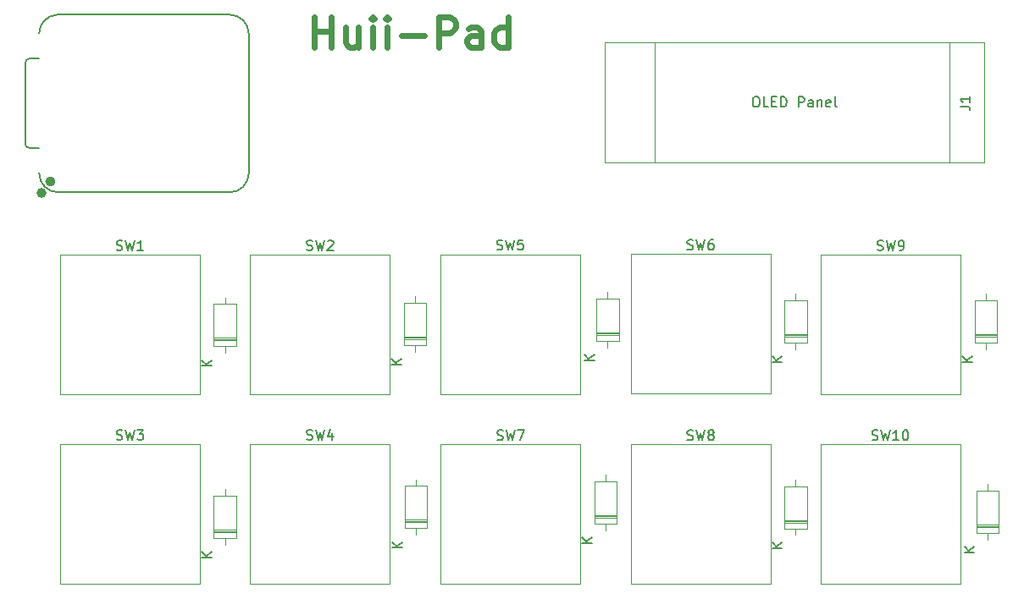
<source format=gbr>
%TF.GenerationSoftware,KiCad,Pcbnew,9.0.2*%
%TF.CreationDate,2025-07-08T09:46:19+02:00*%
%TF.ProjectId,Tastatur,54617374-6174-4757-922e-6b696361645f,rev?*%
%TF.SameCoordinates,Original*%
%TF.FileFunction,Legend,Top*%
%TF.FilePolarity,Positive*%
%FSLAX46Y46*%
G04 Gerber Fmt 4.6, Leading zero omitted, Abs format (unit mm)*
G04 Created by KiCad (PCBNEW 9.0.2) date 2025-07-08 09:46:19*
%MOMM*%
%LPD*%
G01*
G04 APERTURE LIST*
%ADD10C,0.600000*%
%ADD11C,0.150000*%
%ADD12C,0.120000*%
%ADD13C,0.127000*%
%ADD14C,0.504000*%
%ADD15C,0.040000*%
G04 APERTURE END LIST*
D10*
X77859021Y-34351657D02*
X77859021Y-31351657D01*
X77859021Y-32780228D02*
X79573307Y-32780228D01*
X79573307Y-34351657D02*
X79573307Y-31351657D01*
X82287593Y-32351657D02*
X82287593Y-34351657D01*
X81001878Y-32351657D02*
X81001878Y-33923085D01*
X81001878Y-33923085D02*
X81144735Y-34208800D01*
X81144735Y-34208800D02*
X81430450Y-34351657D01*
X81430450Y-34351657D02*
X81859021Y-34351657D01*
X81859021Y-34351657D02*
X82144735Y-34208800D01*
X82144735Y-34208800D02*
X82287593Y-34065942D01*
X83716164Y-34351657D02*
X83716164Y-32351657D01*
X83716164Y-31351657D02*
X83573307Y-31494514D01*
X83573307Y-31494514D02*
X83716164Y-31637371D01*
X83716164Y-31637371D02*
X83859021Y-31494514D01*
X83859021Y-31494514D02*
X83716164Y-31351657D01*
X83716164Y-31351657D02*
X83716164Y-31637371D01*
X85144735Y-34351657D02*
X85144735Y-32351657D01*
X85144735Y-31351657D02*
X85001878Y-31494514D01*
X85001878Y-31494514D02*
X85144735Y-31637371D01*
X85144735Y-31637371D02*
X85287592Y-31494514D01*
X85287592Y-31494514D02*
X85144735Y-31351657D01*
X85144735Y-31351657D02*
X85144735Y-31637371D01*
X86573306Y-33208800D02*
X88859021Y-33208800D01*
X90287592Y-34351657D02*
X90287592Y-31351657D01*
X90287592Y-31351657D02*
X91430449Y-31351657D01*
X91430449Y-31351657D02*
X91716164Y-31494514D01*
X91716164Y-31494514D02*
X91859021Y-31637371D01*
X91859021Y-31637371D02*
X92001878Y-31923085D01*
X92001878Y-31923085D02*
X92001878Y-32351657D01*
X92001878Y-32351657D02*
X91859021Y-32637371D01*
X91859021Y-32637371D02*
X91716164Y-32780228D01*
X91716164Y-32780228D02*
X91430449Y-32923085D01*
X91430449Y-32923085D02*
X90287592Y-32923085D01*
X94573307Y-34351657D02*
X94573307Y-32780228D01*
X94573307Y-32780228D02*
X94430449Y-32494514D01*
X94430449Y-32494514D02*
X94144735Y-32351657D01*
X94144735Y-32351657D02*
X93573307Y-32351657D01*
X93573307Y-32351657D02*
X93287592Y-32494514D01*
X94573307Y-34208800D02*
X94287592Y-34351657D01*
X94287592Y-34351657D02*
X93573307Y-34351657D01*
X93573307Y-34351657D02*
X93287592Y-34208800D01*
X93287592Y-34208800D02*
X93144735Y-33923085D01*
X93144735Y-33923085D02*
X93144735Y-33637371D01*
X93144735Y-33637371D02*
X93287592Y-33351657D01*
X93287592Y-33351657D02*
X93573307Y-33208800D01*
X93573307Y-33208800D02*
X94287592Y-33208800D01*
X94287592Y-33208800D02*
X94573307Y-33065942D01*
X97287593Y-34351657D02*
X97287593Y-31351657D01*
X97287593Y-34208800D02*
X97001878Y-34351657D01*
X97001878Y-34351657D02*
X96430450Y-34351657D01*
X96430450Y-34351657D02*
X96144735Y-34208800D01*
X96144735Y-34208800D02*
X96001878Y-34065942D01*
X96001878Y-34065942D02*
X95859021Y-33780228D01*
X95859021Y-33780228D02*
X95859021Y-32923085D01*
X95859021Y-32923085D02*
X96001878Y-32637371D01*
X96001878Y-32637371D02*
X96144735Y-32494514D01*
X96144735Y-32494514D02*
X96430450Y-32351657D01*
X96430450Y-32351657D02*
X97001878Y-32351657D01*
X97001878Y-32351657D02*
X97287593Y-32494514D01*
D11*
X96126667Y-54613200D02*
X96269524Y-54660819D01*
X96269524Y-54660819D02*
X96507619Y-54660819D01*
X96507619Y-54660819D02*
X96602857Y-54613200D01*
X96602857Y-54613200D02*
X96650476Y-54565580D01*
X96650476Y-54565580D02*
X96698095Y-54470342D01*
X96698095Y-54470342D02*
X96698095Y-54375104D01*
X96698095Y-54375104D02*
X96650476Y-54279866D01*
X96650476Y-54279866D02*
X96602857Y-54232247D01*
X96602857Y-54232247D02*
X96507619Y-54184628D01*
X96507619Y-54184628D02*
X96317143Y-54137009D01*
X96317143Y-54137009D02*
X96221905Y-54089390D01*
X96221905Y-54089390D02*
X96174286Y-54041771D01*
X96174286Y-54041771D02*
X96126667Y-53946533D01*
X96126667Y-53946533D02*
X96126667Y-53851295D01*
X96126667Y-53851295D02*
X96174286Y-53756057D01*
X96174286Y-53756057D02*
X96221905Y-53708438D01*
X96221905Y-53708438D02*
X96317143Y-53660819D01*
X96317143Y-53660819D02*
X96555238Y-53660819D01*
X96555238Y-53660819D02*
X96698095Y-53708438D01*
X97031429Y-53660819D02*
X97269524Y-54660819D01*
X97269524Y-54660819D02*
X97460000Y-53946533D01*
X97460000Y-53946533D02*
X97650476Y-54660819D01*
X97650476Y-54660819D02*
X97888572Y-53660819D01*
X98745714Y-53660819D02*
X98269524Y-53660819D01*
X98269524Y-53660819D02*
X98221905Y-54137009D01*
X98221905Y-54137009D02*
X98269524Y-54089390D01*
X98269524Y-54089390D02*
X98364762Y-54041771D01*
X98364762Y-54041771D02*
X98602857Y-54041771D01*
X98602857Y-54041771D02*
X98698095Y-54089390D01*
X98698095Y-54089390D02*
X98745714Y-54137009D01*
X98745714Y-54137009D02*
X98793333Y-54232247D01*
X98793333Y-54232247D02*
X98793333Y-54470342D01*
X98793333Y-54470342D02*
X98745714Y-54565580D01*
X98745714Y-54565580D02*
X98698095Y-54613200D01*
X98698095Y-54613200D02*
X98602857Y-54660819D01*
X98602857Y-54660819D02*
X98364762Y-54660819D01*
X98364762Y-54660819D02*
X98269524Y-54613200D01*
X98269524Y-54613200D02*
X98221905Y-54565580D01*
X143864819Y-84941904D02*
X142864819Y-84941904D01*
X143864819Y-84370476D02*
X143293390Y-84799047D01*
X142864819Y-84370476D02*
X143436247Y-84941904D01*
X67614819Y-66251904D02*
X66614819Y-66251904D01*
X67614819Y-65680476D02*
X67043390Y-66109047D01*
X66614819Y-65680476D02*
X67186247Y-66251904D01*
X58126667Y-54653200D02*
X58269524Y-54700819D01*
X58269524Y-54700819D02*
X58507619Y-54700819D01*
X58507619Y-54700819D02*
X58602857Y-54653200D01*
X58602857Y-54653200D02*
X58650476Y-54605580D01*
X58650476Y-54605580D02*
X58698095Y-54510342D01*
X58698095Y-54510342D02*
X58698095Y-54415104D01*
X58698095Y-54415104D02*
X58650476Y-54319866D01*
X58650476Y-54319866D02*
X58602857Y-54272247D01*
X58602857Y-54272247D02*
X58507619Y-54224628D01*
X58507619Y-54224628D02*
X58317143Y-54177009D01*
X58317143Y-54177009D02*
X58221905Y-54129390D01*
X58221905Y-54129390D02*
X58174286Y-54081771D01*
X58174286Y-54081771D02*
X58126667Y-53986533D01*
X58126667Y-53986533D02*
X58126667Y-53891295D01*
X58126667Y-53891295D02*
X58174286Y-53796057D01*
X58174286Y-53796057D02*
X58221905Y-53748438D01*
X58221905Y-53748438D02*
X58317143Y-53700819D01*
X58317143Y-53700819D02*
X58555238Y-53700819D01*
X58555238Y-53700819D02*
X58698095Y-53748438D01*
X59031429Y-53700819D02*
X59269524Y-54700819D01*
X59269524Y-54700819D02*
X59460000Y-53986533D01*
X59460000Y-53986533D02*
X59650476Y-54700819D01*
X59650476Y-54700819D02*
X59888572Y-53700819D01*
X60793333Y-54700819D02*
X60221905Y-54700819D01*
X60507619Y-54700819D02*
X60507619Y-53700819D01*
X60507619Y-53700819D02*
X60412381Y-53843676D01*
X60412381Y-53843676D02*
X60317143Y-53938914D01*
X60317143Y-53938914D02*
X60221905Y-53986533D01*
X142439819Y-40308333D02*
X143154104Y-40308333D01*
X143154104Y-40308333D02*
X143296961Y-40355952D01*
X143296961Y-40355952D02*
X143392200Y-40451190D01*
X143392200Y-40451190D02*
X143439819Y-40594047D01*
X143439819Y-40594047D02*
X143439819Y-40689285D01*
X143439819Y-39308333D02*
X143439819Y-39879761D01*
X143439819Y-39594047D02*
X142439819Y-39594047D01*
X142439819Y-39594047D02*
X142582676Y-39689285D01*
X142582676Y-39689285D02*
X142677914Y-39784523D01*
X142677914Y-39784523D02*
X142725533Y-39879761D01*
X121956428Y-39339819D02*
X122146904Y-39339819D01*
X122146904Y-39339819D02*
X122242142Y-39387438D01*
X122242142Y-39387438D02*
X122337380Y-39482676D01*
X122337380Y-39482676D02*
X122384999Y-39673152D01*
X122384999Y-39673152D02*
X122384999Y-40006485D01*
X122384999Y-40006485D02*
X122337380Y-40196961D01*
X122337380Y-40196961D02*
X122242142Y-40292200D01*
X122242142Y-40292200D02*
X122146904Y-40339819D01*
X122146904Y-40339819D02*
X121956428Y-40339819D01*
X121956428Y-40339819D02*
X121861190Y-40292200D01*
X121861190Y-40292200D02*
X121765952Y-40196961D01*
X121765952Y-40196961D02*
X121718333Y-40006485D01*
X121718333Y-40006485D02*
X121718333Y-39673152D01*
X121718333Y-39673152D02*
X121765952Y-39482676D01*
X121765952Y-39482676D02*
X121861190Y-39387438D01*
X121861190Y-39387438D02*
X121956428Y-39339819D01*
X123289761Y-40339819D02*
X122813571Y-40339819D01*
X122813571Y-40339819D02*
X122813571Y-39339819D01*
X123623095Y-39816009D02*
X123956428Y-39816009D01*
X124099285Y-40339819D02*
X123623095Y-40339819D01*
X123623095Y-40339819D02*
X123623095Y-39339819D01*
X123623095Y-39339819D02*
X124099285Y-39339819D01*
X124527857Y-40339819D02*
X124527857Y-39339819D01*
X124527857Y-39339819D02*
X124765952Y-39339819D01*
X124765952Y-39339819D02*
X124908809Y-39387438D01*
X124908809Y-39387438D02*
X125004047Y-39482676D01*
X125004047Y-39482676D02*
X125051666Y-39577914D01*
X125051666Y-39577914D02*
X125099285Y-39768390D01*
X125099285Y-39768390D02*
X125099285Y-39911247D01*
X125099285Y-39911247D02*
X125051666Y-40101723D01*
X125051666Y-40101723D02*
X125004047Y-40196961D01*
X125004047Y-40196961D02*
X124908809Y-40292200D01*
X124908809Y-40292200D02*
X124765952Y-40339819D01*
X124765952Y-40339819D02*
X124527857Y-40339819D01*
X126289762Y-40339819D02*
X126289762Y-39339819D01*
X126289762Y-39339819D02*
X126670714Y-39339819D01*
X126670714Y-39339819D02*
X126765952Y-39387438D01*
X126765952Y-39387438D02*
X126813571Y-39435057D01*
X126813571Y-39435057D02*
X126861190Y-39530295D01*
X126861190Y-39530295D02*
X126861190Y-39673152D01*
X126861190Y-39673152D02*
X126813571Y-39768390D01*
X126813571Y-39768390D02*
X126765952Y-39816009D01*
X126765952Y-39816009D02*
X126670714Y-39863628D01*
X126670714Y-39863628D02*
X126289762Y-39863628D01*
X127718333Y-40339819D02*
X127718333Y-39816009D01*
X127718333Y-39816009D02*
X127670714Y-39720771D01*
X127670714Y-39720771D02*
X127575476Y-39673152D01*
X127575476Y-39673152D02*
X127385000Y-39673152D01*
X127385000Y-39673152D02*
X127289762Y-39720771D01*
X127718333Y-40292200D02*
X127623095Y-40339819D01*
X127623095Y-40339819D02*
X127385000Y-40339819D01*
X127385000Y-40339819D02*
X127289762Y-40292200D01*
X127289762Y-40292200D02*
X127242143Y-40196961D01*
X127242143Y-40196961D02*
X127242143Y-40101723D01*
X127242143Y-40101723D02*
X127289762Y-40006485D01*
X127289762Y-40006485D02*
X127385000Y-39958866D01*
X127385000Y-39958866D02*
X127623095Y-39958866D01*
X127623095Y-39958866D02*
X127718333Y-39911247D01*
X128194524Y-39673152D02*
X128194524Y-40339819D01*
X128194524Y-39768390D02*
X128242143Y-39720771D01*
X128242143Y-39720771D02*
X128337381Y-39673152D01*
X128337381Y-39673152D02*
X128480238Y-39673152D01*
X128480238Y-39673152D02*
X128575476Y-39720771D01*
X128575476Y-39720771D02*
X128623095Y-39816009D01*
X128623095Y-39816009D02*
X128623095Y-40339819D01*
X129480238Y-40292200D02*
X129385000Y-40339819D01*
X129385000Y-40339819D02*
X129194524Y-40339819D01*
X129194524Y-40339819D02*
X129099286Y-40292200D01*
X129099286Y-40292200D02*
X129051667Y-40196961D01*
X129051667Y-40196961D02*
X129051667Y-39816009D01*
X129051667Y-39816009D02*
X129099286Y-39720771D01*
X129099286Y-39720771D02*
X129194524Y-39673152D01*
X129194524Y-39673152D02*
X129385000Y-39673152D01*
X129385000Y-39673152D02*
X129480238Y-39720771D01*
X129480238Y-39720771D02*
X129527857Y-39816009D01*
X129527857Y-39816009D02*
X129527857Y-39911247D01*
X129527857Y-39911247D02*
X129051667Y-40006485D01*
X130099286Y-40339819D02*
X130004048Y-40292200D01*
X130004048Y-40292200D02*
X129956429Y-40196961D01*
X129956429Y-40196961D02*
X129956429Y-39339819D01*
X96166667Y-73653200D02*
X96309524Y-73700819D01*
X96309524Y-73700819D02*
X96547619Y-73700819D01*
X96547619Y-73700819D02*
X96642857Y-73653200D01*
X96642857Y-73653200D02*
X96690476Y-73605580D01*
X96690476Y-73605580D02*
X96738095Y-73510342D01*
X96738095Y-73510342D02*
X96738095Y-73415104D01*
X96738095Y-73415104D02*
X96690476Y-73319866D01*
X96690476Y-73319866D02*
X96642857Y-73272247D01*
X96642857Y-73272247D02*
X96547619Y-73224628D01*
X96547619Y-73224628D02*
X96357143Y-73177009D01*
X96357143Y-73177009D02*
X96261905Y-73129390D01*
X96261905Y-73129390D02*
X96214286Y-73081771D01*
X96214286Y-73081771D02*
X96166667Y-72986533D01*
X96166667Y-72986533D02*
X96166667Y-72891295D01*
X96166667Y-72891295D02*
X96214286Y-72796057D01*
X96214286Y-72796057D02*
X96261905Y-72748438D01*
X96261905Y-72748438D02*
X96357143Y-72700819D01*
X96357143Y-72700819D02*
X96595238Y-72700819D01*
X96595238Y-72700819D02*
X96738095Y-72748438D01*
X97071429Y-72700819D02*
X97309524Y-73700819D01*
X97309524Y-73700819D02*
X97500000Y-72986533D01*
X97500000Y-72986533D02*
X97690476Y-73700819D01*
X97690476Y-73700819D02*
X97928572Y-72700819D01*
X98214286Y-72700819D02*
X98880952Y-72700819D01*
X98880952Y-72700819D02*
X98452381Y-73700819D01*
X124654819Y-65881904D02*
X123654819Y-65881904D01*
X124654819Y-65310476D02*
X124083390Y-65739047D01*
X123654819Y-65310476D02*
X124226247Y-65881904D01*
X124654819Y-84501904D02*
X123654819Y-84501904D01*
X124654819Y-83930476D02*
X124083390Y-84359047D01*
X123654819Y-83930476D02*
X124226247Y-84501904D01*
X77126667Y-54653200D02*
X77269524Y-54700819D01*
X77269524Y-54700819D02*
X77507619Y-54700819D01*
X77507619Y-54700819D02*
X77602857Y-54653200D01*
X77602857Y-54653200D02*
X77650476Y-54605580D01*
X77650476Y-54605580D02*
X77698095Y-54510342D01*
X77698095Y-54510342D02*
X77698095Y-54415104D01*
X77698095Y-54415104D02*
X77650476Y-54319866D01*
X77650476Y-54319866D02*
X77602857Y-54272247D01*
X77602857Y-54272247D02*
X77507619Y-54224628D01*
X77507619Y-54224628D02*
X77317143Y-54177009D01*
X77317143Y-54177009D02*
X77221905Y-54129390D01*
X77221905Y-54129390D02*
X77174286Y-54081771D01*
X77174286Y-54081771D02*
X77126667Y-53986533D01*
X77126667Y-53986533D02*
X77126667Y-53891295D01*
X77126667Y-53891295D02*
X77174286Y-53796057D01*
X77174286Y-53796057D02*
X77221905Y-53748438D01*
X77221905Y-53748438D02*
X77317143Y-53700819D01*
X77317143Y-53700819D02*
X77555238Y-53700819D01*
X77555238Y-53700819D02*
X77698095Y-53748438D01*
X78031429Y-53700819D02*
X78269524Y-54700819D01*
X78269524Y-54700819D02*
X78460000Y-53986533D01*
X78460000Y-53986533D02*
X78650476Y-54700819D01*
X78650476Y-54700819D02*
X78888572Y-53700819D01*
X79221905Y-53796057D02*
X79269524Y-53748438D01*
X79269524Y-53748438D02*
X79364762Y-53700819D01*
X79364762Y-53700819D02*
X79602857Y-53700819D01*
X79602857Y-53700819D02*
X79698095Y-53748438D01*
X79698095Y-53748438D02*
X79745714Y-53796057D01*
X79745714Y-53796057D02*
X79793333Y-53891295D01*
X79793333Y-53891295D02*
X79793333Y-53986533D01*
X79793333Y-53986533D02*
X79745714Y-54129390D01*
X79745714Y-54129390D02*
X79174286Y-54700819D01*
X79174286Y-54700819D02*
X79793333Y-54700819D01*
X134166667Y-54653200D02*
X134309524Y-54700819D01*
X134309524Y-54700819D02*
X134547619Y-54700819D01*
X134547619Y-54700819D02*
X134642857Y-54653200D01*
X134642857Y-54653200D02*
X134690476Y-54605580D01*
X134690476Y-54605580D02*
X134738095Y-54510342D01*
X134738095Y-54510342D02*
X134738095Y-54415104D01*
X134738095Y-54415104D02*
X134690476Y-54319866D01*
X134690476Y-54319866D02*
X134642857Y-54272247D01*
X134642857Y-54272247D02*
X134547619Y-54224628D01*
X134547619Y-54224628D02*
X134357143Y-54177009D01*
X134357143Y-54177009D02*
X134261905Y-54129390D01*
X134261905Y-54129390D02*
X134214286Y-54081771D01*
X134214286Y-54081771D02*
X134166667Y-53986533D01*
X134166667Y-53986533D02*
X134166667Y-53891295D01*
X134166667Y-53891295D02*
X134214286Y-53796057D01*
X134214286Y-53796057D02*
X134261905Y-53748438D01*
X134261905Y-53748438D02*
X134357143Y-53700819D01*
X134357143Y-53700819D02*
X134595238Y-53700819D01*
X134595238Y-53700819D02*
X134738095Y-53748438D01*
X135071429Y-53700819D02*
X135309524Y-54700819D01*
X135309524Y-54700819D02*
X135500000Y-53986533D01*
X135500000Y-53986533D02*
X135690476Y-54700819D01*
X135690476Y-54700819D02*
X135928572Y-53700819D01*
X136357143Y-54700819D02*
X136547619Y-54700819D01*
X136547619Y-54700819D02*
X136642857Y-54653200D01*
X136642857Y-54653200D02*
X136690476Y-54605580D01*
X136690476Y-54605580D02*
X136785714Y-54462723D01*
X136785714Y-54462723D02*
X136833333Y-54272247D01*
X136833333Y-54272247D02*
X136833333Y-53891295D01*
X136833333Y-53891295D02*
X136785714Y-53796057D01*
X136785714Y-53796057D02*
X136738095Y-53748438D01*
X136738095Y-53748438D02*
X136642857Y-53700819D01*
X136642857Y-53700819D02*
X136452381Y-53700819D01*
X136452381Y-53700819D02*
X136357143Y-53748438D01*
X136357143Y-53748438D02*
X136309524Y-53796057D01*
X136309524Y-53796057D02*
X136261905Y-53891295D01*
X136261905Y-53891295D02*
X136261905Y-54129390D01*
X136261905Y-54129390D02*
X136309524Y-54224628D01*
X136309524Y-54224628D02*
X136357143Y-54272247D01*
X136357143Y-54272247D02*
X136452381Y-54319866D01*
X136452381Y-54319866D02*
X136642857Y-54319866D01*
X136642857Y-54319866D02*
X136738095Y-54272247D01*
X136738095Y-54272247D02*
X136785714Y-54224628D01*
X136785714Y-54224628D02*
X136833333Y-54129390D01*
X77126667Y-73613200D02*
X77269524Y-73660819D01*
X77269524Y-73660819D02*
X77507619Y-73660819D01*
X77507619Y-73660819D02*
X77602857Y-73613200D01*
X77602857Y-73613200D02*
X77650476Y-73565580D01*
X77650476Y-73565580D02*
X77698095Y-73470342D01*
X77698095Y-73470342D02*
X77698095Y-73375104D01*
X77698095Y-73375104D02*
X77650476Y-73279866D01*
X77650476Y-73279866D02*
X77602857Y-73232247D01*
X77602857Y-73232247D02*
X77507619Y-73184628D01*
X77507619Y-73184628D02*
X77317143Y-73137009D01*
X77317143Y-73137009D02*
X77221905Y-73089390D01*
X77221905Y-73089390D02*
X77174286Y-73041771D01*
X77174286Y-73041771D02*
X77126667Y-72946533D01*
X77126667Y-72946533D02*
X77126667Y-72851295D01*
X77126667Y-72851295D02*
X77174286Y-72756057D01*
X77174286Y-72756057D02*
X77221905Y-72708438D01*
X77221905Y-72708438D02*
X77317143Y-72660819D01*
X77317143Y-72660819D02*
X77555238Y-72660819D01*
X77555238Y-72660819D02*
X77698095Y-72708438D01*
X78031429Y-72660819D02*
X78269524Y-73660819D01*
X78269524Y-73660819D02*
X78460000Y-72946533D01*
X78460000Y-72946533D02*
X78650476Y-73660819D01*
X78650476Y-73660819D02*
X78888572Y-72660819D01*
X79698095Y-72994152D02*
X79698095Y-73660819D01*
X79460000Y-72613200D02*
X79221905Y-73327485D01*
X79221905Y-73327485D02*
X79840952Y-73327485D01*
X115166667Y-54593200D02*
X115309524Y-54640819D01*
X115309524Y-54640819D02*
X115547619Y-54640819D01*
X115547619Y-54640819D02*
X115642857Y-54593200D01*
X115642857Y-54593200D02*
X115690476Y-54545580D01*
X115690476Y-54545580D02*
X115738095Y-54450342D01*
X115738095Y-54450342D02*
X115738095Y-54355104D01*
X115738095Y-54355104D02*
X115690476Y-54259866D01*
X115690476Y-54259866D02*
X115642857Y-54212247D01*
X115642857Y-54212247D02*
X115547619Y-54164628D01*
X115547619Y-54164628D02*
X115357143Y-54117009D01*
X115357143Y-54117009D02*
X115261905Y-54069390D01*
X115261905Y-54069390D02*
X115214286Y-54021771D01*
X115214286Y-54021771D02*
X115166667Y-53926533D01*
X115166667Y-53926533D02*
X115166667Y-53831295D01*
X115166667Y-53831295D02*
X115214286Y-53736057D01*
X115214286Y-53736057D02*
X115261905Y-53688438D01*
X115261905Y-53688438D02*
X115357143Y-53640819D01*
X115357143Y-53640819D02*
X115595238Y-53640819D01*
X115595238Y-53640819D02*
X115738095Y-53688438D01*
X116071429Y-53640819D02*
X116309524Y-54640819D01*
X116309524Y-54640819D02*
X116500000Y-53926533D01*
X116500000Y-53926533D02*
X116690476Y-54640819D01*
X116690476Y-54640819D02*
X116928572Y-53640819D01*
X117738095Y-53640819D02*
X117547619Y-53640819D01*
X117547619Y-53640819D02*
X117452381Y-53688438D01*
X117452381Y-53688438D02*
X117404762Y-53736057D01*
X117404762Y-53736057D02*
X117309524Y-53878914D01*
X117309524Y-53878914D02*
X117261905Y-54069390D01*
X117261905Y-54069390D02*
X117261905Y-54450342D01*
X117261905Y-54450342D02*
X117309524Y-54545580D01*
X117309524Y-54545580D02*
X117357143Y-54593200D01*
X117357143Y-54593200D02*
X117452381Y-54640819D01*
X117452381Y-54640819D02*
X117642857Y-54640819D01*
X117642857Y-54640819D02*
X117738095Y-54593200D01*
X117738095Y-54593200D02*
X117785714Y-54545580D01*
X117785714Y-54545580D02*
X117833333Y-54450342D01*
X117833333Y-54450342D02*
X117833333Y-54212247D01*
X117833333Y-54212247D02*
X117785714Y-54117009D01*
X117785714Y-54117009D02*
X117738095Y-54069390D01*
X117738095Y-54069390D02*
X117642857Y-54021771D01*
X117642857Y-54021771D02*
X117452381Y-54021771D01*
X117452381Y-54021771D02*
X117357143Y-54069390D01*
X117357143Y-54069390D02*
X117309524Y-54117009D01*
X117309524Y-54117009D02*
X117261905Y-54212247D01*
X58126667Y-73613200D02*
X58269524Y-73660819D01*
X58269524Y-73660819D02*
X58507619Y-73660819D01*
X58507619Y-73660819D02*
X58602857Y-73613200D01*
X58602857Y-73613200D02*
X58650476Y-73565580D01*
X58650476Y-73565580D02*
X58698095Y-73470342D01*
X58698095Y-73470342D02*
X58698095Y-73375104D01*
X58698095Y-73375104D02*
X58650476Y-73279866D01*
X58650476Y-73279866D02*
X58602857Y-73232247D01*
X58602857Y-73232247D02*
X58507619Y-73184628D01*
X58507619Y-73184628D02*
X58317143Y-73137009D01*
X58317143Y-73137009D02*
X58221905Y-73089390D01*
X58221905Y-73089390D02*
X58174286Y-73041771D01*
X58174286Y-73041771D02*
X58126667Y-72946533D01*
X58126667Y-72946533D02*
X58126667Y-72851295D01*
X58126667Y-72851295D02*
X58174286Y-72756057D01*
X58174286Y-72756057D02*
X58221905Y-72708438D01*
X58221905Y-72708438D02*
X58317143Y-72660819D01*
X58317143Y-72660819D02*
X58555238Y-72660819D01*
X58555238Y-72660819D02*
X58698095Y-72708438D01*
X59031429Y-72660819D02*
X59269524Y-73660819D01*
X59269524Y-73660819D02*
X59460000Y-72946533D01*
X59460000Y-72946533D02*
X59650476Y-73660819D01*
X59650476Y-73660819D02*
X59888572Y-72660819D01*
X60174286Y-72660819D02*
X60793333Y-72660819D01*
X60793333Y-72660819D02*
X60460000Y-73041771D01*
X60460000Y-73041771D02*
X60602857Y-73041771D01*
X60602857Y-73041771D02*
X60698095Y-73089390D01*
X60698095Y-73089390D02*
X60745714Y-73137009D01*
X60745714Y-73137009D02*
X60793333Y-73232247D01*
X60793333Y-73232247D02*
X60793333Y-73470342D01*
X60793333Y-73470342D02*
X60745714Y-73565580D01*
X60745714Y-73565580D02*
X60698095Y-73613200D01*
X60698095Y-73613200D02*
X60602857Y-73660819D01*
X60602857Y-73660819D02*
X60317143Y-73660819D01*
X60317143Y-73660819D02*
X60221905Y-73613200D01*
X60221905Y-73613200D02*
X60174286Y-73565580D01*
X115166667Y-73653200D02*
X115309524Y-73700819D01*
X115309524Y-73700819D02*
X115547619Y-73700819D01*
X115547619Y-73700819D02*
X115642857Y-73653200D01*
X115642857Y-73653200D02*
X115690476Y-73605580D01*
X115690476Y-73605580D02*
X115738095Y-73510342D01*
X115738095Y-73510342D02*
X115738095Y-73415104D01*
X115738095Y-73415104D02*
X115690476Y-73319866D01*
X115690476Y-73319866D02*
X115642857Y-73272247D01*
X115642857Y-73272247D02*
X115547619Y-73224628D01*
X115547619Y-73224628D02*
X115357143Y-73177009D01*
X115357143Y-73177009D02*
X115261905Y-73129390D01*
X115261905Y-73129390D02*
X115214286Y-73081771D01*
X115214286Y-73081771D02*
X115166667Y-72986533D01*
X115166667Y-72986533D02*
X115166667Y-72891295D01*
X115166667Y-72891295D02*
X115214286Y-72796057D01*
X115214286Y-72796057D02*
X115261905Y-72748438D01*
X115261905Y-72748438D02*
X115357143Y-72700819D01*
X115357143Y-72700819D02*
X115595238Y-72700819D01*
X115595238Y-72700819D02*
X115738095Y-72748438D01*
X116071429Y-72700819D02*
X116309524Y-73700819D01*
X116309524Y-73700819D02*
X116500000Y-72986533D01*
X116500000Y-72986533D02*
X116690476Y-73700819D01*
X116690476Y-73700819D02*
X116928572Y-72700819D01*
X117452381Y-73129390D02*
X117357143Y-73081771D01*
X117357143Y-73081771D02*
X117309524Y-73034152D01*
X117309524Y-73034152D02*
X117261905Y-72938914D01*
X117261905Y-72938914D02*
X117261905Y-72891295D01*
X117261905Y-72891295D02*
X117309524Y-72796057D01*
X117309524Y-72796057D02*
X117357143Y-72748438D01*
X117357143Y-72748438D02*
X117452381Y-72700819D01*
X117452381Y-72700819D02*
X117642857Y-72700819D01*
X117642857Y-72700819D02*
X117738095Y-72748438D01*
X117738095Y-72748438D02*
X117785714Y-72796057D01*
X117785714Y-72796057D02*
X117833333Y-72891295D01*
X117833333Y-72891295D02*
X117833333Y-72938914D01*
X117833333Y-72938914D02*
X117785714Y-73034152D01*
X117785714Y-73034152D02*
X117738095Y-73081771D01*
X117738095Y-73081771D02*
X117642857Y-73129390D01*
X117642857Y-73129390D02*
X117452381Y-73129390D01*
X117452381Y-73129390D02*
X117357143Y-73177009D01*
X117357143Y-73177009D02*
X117309524Y-73224628D01*
X117309524Y-73224628D02*
X117261905Y-73319866D01*
X117261905Y-73319866D02*
X117261905Y-73510342D01*
X117261905Y-73510342D02*
X117309524Y-73605580D01*
X117309524Y-73605580D02*
X117357143Y-73653200D01*
X117357143Y-73653200D02*
X117452381Y-73700819D01*
X117452381Y-73700819D02*
X117642857Y-73700819D01*
X117642857Y-73700819D02*
X117738095Y-73653200D01*
X117738095Y-73653200D02*
X117785714Y-73605580D01*
X117785714Y-73605580D02*
X117833333Y-73510342D01*
X117833333Y-73510342D02*
X117833333Y-73319866D01*
X117833333Y-73319866D02*
X117785714Y-73224628D01*
X117785714Y-73224628D02*
X117738095Y-73177009D01*
X117738095Y-73177009D02*
X117642857Y-73129390D01*
X105654819Y-84001904D02*
X104654819Y-84001904D01*
X105654819Y-83430476D02*
X105083390Y-83859047D01*
X104654819Y-83430476D02*
X105226247Y-84001904D01*
X133650476Y-73653200D02*
X133793333Y-73700819D01*
X133793333Y-73700819D02*
X134031428Y-73700819D01*
X134031428Y-73700819D02*
X134126666Y-73653200D01*
X134126666Y-73653200D02*
X134174285Y-73605580D01*
X134174285Y-73605580D02*
X134221904Y-73510342D01*
X134221904Y-73510342D02*
X134221904Y-73415104D01*
X134221904Y-73415104D02*
X134174285Y-73319866D01*
X134174285Y-73319866D02*
X134126666Y-73272247D01*
X134126666Y-73272247D02*
X134031428Y-73224628D01*
X134031428Y-73224628D02*
X133840952Y-73177009D01*
X133840952Y-73177009D02*
X133745714Y-73129390D01*
X133745714Y-73129390D02*
X133698095Y-73081771D01*
X133698095Y-73081771D02*
X133650476Y-72986533D01*
X133650476Y-72986533D02*
X133650476Y-72891295D01*
X133650476Y-72891295D02*
X133698095Y-72796057D01*
X133698095Y-72796057D02*
X133745714Y-72748438D01*
X133745714Y-72748438D02*
X133840952Y-72700819D01*
X133840952Y-72700819D02*
X134079047Y-72700819D01*
X134079047Y-72700819D02*
X134221904Y-72748438D01*
X134555238Y-72700819D02*
X134793333Y-73700819D01*
X134793333Y-73700819D02*
X134983809Y-72986533D01*
X134983809Y-72986533D02*
X135174285Y-73700819D01*
X135174285Y-73700819D02*
X135412381Y-72700819D01*
X136317142Y-73700819D02*
X135745714Y-73700819D01*
X136031428Y-73700819D02*
X136031428Y-72700819D01*
X136031428Y-72700819D02*
X135936190Y-72843676D01*
X135936190Y-72843676D02*
X135840952Y-72938914D01*
X135840952Y-72938914D02*
X135745714Y-72986533D01*
X136936190Y-72700819D02*
X137031428Y-72700819D01*
X137031428Y-72700819D02*
X137126666Y-72748438D01*
X137126666Y-72748438D02*
X137174285Y-72796057D01*
X137174285Y-72796057D02*
X137221904Y-72891295D01*
X137221904Y-72891295D02*
X137269523Y-73081771D01*
X137269523Y-73081771D02*
X137269523Y-73319866D01*
X137269523Y-73319866D02*
X137221904Y-73510342D01*
X137221904Y-73510342D02*
X137174285Y-73605580D01*
X137174285Y-73605580D02*
X137126666Y-73653200D01*
X137126666Y-73653200D02*
X137031428Y-73700819D01*
X137031428Y-73700819D02*
X136936190Y-73700819D01*
X136936190Y-73700819D02*
X136840952Y-73653200D01*
X136840952Y-73653200D02*
X136793333Y-73605580D01*
X136793333Y-73605580D02*
X136745714Y-73510342D01*
X136745714Y-73510342D02*
X136698095Y-73319866D01*
X136698095Y-73319866D02*
X136698095Y-73081771D01*
X136698095Y-73081771D02*
X136745714Y-72891295D01*
X136745714Y-72891295D02*
X136793333Y-72796057D01*
X136793333Y-72796057D02*
X136840952Y-72748438D01*
X136840952Y-72748438D02*
X136936190Y-72700819D01*
X86694819Y-84461904D02*
X85694819Y-84461904D01*
X86694819Y-83890476D02*
X86123390Y-84319047D01*
X85694819Y-83890476D02*
X86266247Y-84461904D01*
X143654819Y-65881904D02*
X142654819Y-65881904D01*
X143654819Y-65310476D02*
X143083390Y-65739047D01*
X142654819Y-65310476D02*
X143226247Y-65881904D01*
X67614819Y-85461904D02*
X66614819Y-85461904D01*
X67614819Y-84890476D02*
X67043390Y-85319047D01*
X66614819Y-84890476D02*
X67186247Y-85461904D01*
X105864819Y-65711904D02*
X104864819Y-65711904D01*
X105864819Y-65140476D02*
X105293390Y-65569047D01*
X104864819Y-65140476D02*
X105436247Y-65711904D01*
X86614819Y-66131904D02*
X85614819Y-66131904D01*
X86614819Y-65560476D02*
X86043390Y-65989047D01*
X85614819Y-65560476D02*
X86186247Y-66131904D01*
D12*
%TO.C,SW5*%
X90475000Y-55095000D02*
X104445000Y-55095000D01*
X90475000Y-69065000D02*
X90475000Y-55095000D01*
X104445000Y-55095000D02*
X104445000Y-69065000D01*
X104445000Y-69065000D02*
X90475000Y-69065000D01*
D13*
%TO.C,U1*%
X48969000Y-43991272D02*
X48969000Y-35996000D01*
X49469000Y-35496000D02*
X50379000Y-35496000D01*
X50379000Y-44495000D02*
X49468728Y-44491272D01*
X69429000Y-31110000D02*
X52284000Y-31110000D01*
X69429000Y-48890000D02*
X52284000Y-48890000D01*
X71334000Y-46985000D02*
X71334000Y-33015000D01*
X48969000Y-35996000D02*
G75*
G02*
X49469000Y-35496000I500000J0D01*
G01*
X49468728Y-44491272D02*
G75*
G02*
X48969001Y-43991272I291J500018D01*
G01*
X50379000Y-33015000D02*
G75*
G02*
X52284000Y-31110000I1905000J0D01*
G01*
X52284000Y-48890000D02*
G75*
G02*
X50379000Y-46985000I1J1905001D01*
G01*
X69429000Y-31110000D02*
G75*
G02*
X71334000Y-33015000I0J-1905000D01*
G01*
X71334000Y-46985000D02*
G75*
G02*
X69429000Y-48890000I-1905001J1D01*
G01*
D14*
X50872000Y-48950000D02*
G75*
G02*
X50368000Y-48950000I-252000J0D01*
G01*
X50368000Y-48950000D02*
G75*
G02*
X50872000Y-48950000I252000J0D01*
G01*
X51752000Y-47807000D02*
G75*
G02*
X51248000Y-47807000I-252000J0D01*
G01*
X51248000Y-47807000D02*
G75*
G02*
X51752000Y-47807000I252000J0D01*
G01*
D12*
%TO.C,D11*%
X144090000Y-82150000D02*
X146330000Y-82150000D01*
X144090000Y-82270000D02*
X146330000Y-82270000D01*
X144090000Y-82390000D02*
X146330000Y-82390000D01*
X145210000Y-78100000D02*
X145210000Y-78750000D01*
X145210000Y-83640000D02*
X145210000Y-82990000D01*
X144090000Y-82990000D02*
X146330000Y-82990000D01*
X146330000Y-78750000D01*
X144090000Y-78750000D01*
X144090000Y-82990000D01*
%TO.C,D2*%
X67840000Y-63460000D02*
X70080000Y-63460000D01*
X67840000Y-63580000D02*
X70080000Y-63580000D01*
X67840000Y-63700000D02*
X70080000Y-63700000D01*
X68960000Y-59410000D02*
X68960000Y-60060000D01*
X68960000Y-64950000D02*
X68960000Y-64300000D01*
X67840000Y-64300000D02*
X70080000Y-64300000D01*
X70080000Y-60060000D01*
X67840000Y-60060000D01*
X67840000Y-64300000D01*
%TO.C,SW1*%
X52475000Y-55135000D02*
X66445000Y-55135000D01*
X52475000Y-69105000D02*
X52475000Y-55135000D01*
X66445000Y-55135000D02*
X66445000Y-69105000D01*
X66445000Y-69105000D02*
X52475000Y-69105000D01*
D15*
%TO.C,J1*%
X106885000Y-33885000D02*
X106885000Y-45885000D01*
X106885000Y-45885000D02*
X144885000Y-45885000D01*
X111885000Y-45885000D02*
X111885000Y-33885000D01*
X141385000Y-45885000D02*
X141385000Y-33885000D01*
X144885000Y-33885000D02*
X106885000Y-33885000D01*
X144885000Y-45885000D02*
X144885000Y-33885000D01*
D12*
%TO.C,SW7*%
X90515000Y-74135000D02*
X104485000Y-74135000D01*
X90515000Y-88105000D02*
X90515000Y-74135000D01*
X104485000Y-74135000D02*
X104485000Y-88105000D01*
X104485000Y-88105000D02*
X90515000Y-88105000D01*
%TO.C,D7*%
X124880000Y-63090000D02*
X127120000Y-63090000D01*
X124880000Y-63210000D02*
X127120000Y-63210000D01*
X124880000Y-63330000D02*
X127120000Y-63330000D01*
X126000000Y-59040000D02*
X126000000Y-59690000D01*
X126000000Y-64580000D02*
X126000000Y-63930000D01*
X124880000Y-63930000D02*
X127120000Y-63930000D01*
X127120000Y-59690000D01*
X124880000Y-59690000D01*
X124880000Y-63930000D01*
%TO.C,D9*%
X124880000Y-81710000D02*
X127120000Y-81710000D01*
X124880000Y-81830000D02*
X127120000Y-81830000D01*
X124880000Y-81950000D02*
X127120000Y-81950000D01*
X126000000Y-77660000D02*
X126000000Y-78310000D01*
X126000000Y-83200000D02*
X126000000Y-82550000D01*
X124880000Y-82550000D02*
X127120000Y-82550000D01*
X127120000Y-78310000D01*
X124880000Y-78310000D01*
X124880000Y-82550000D01*
%TO.C,SW2*%
X71475000Y-55135000D02*
X85445000Y-55135000D01*
X71475000Y-69105000D02*
X71475000Y-55135000D01*
X85445000Y-55135000D02*
X85445000Y-69105000D01*
X85445000Y-69105000D02*
X71475000Y-69105000D01*
%TO.C,SW9*%
X128515000Y-55135000D02*
X142485000Y-55135000D01*
X128515000Y-69105000D02*
X128515000Y-55135000D01*
X142485000Y-55135000D02*
X142485000Y-69105000D01*
X142485000Y-69105000D02*
X128515000Y-69105000D01*
%TO.C,SW4*%
X71475000Y-74095000D02*
X85445000Y-74095000D01*
X71475000Y-88065000D02*
X71475000Y-74095000D01*
X85445000Y-74095000D02*
X85445000Y-88065000D01*
X85445000Y-88065000D02*
X71475000Y-88065000D01*
%TO.C,SW6*%
X109515000Y-55075000D02*
X123485000Y-55075000D01*
X109515000Y-69045000D02*
X109515000Y-55075000D01*
X123485000Y-55075000D02*
X123485000Y-69045000D01*
X123485000Y-69045000D02*
X109515000Y-69045000D01*
%TO.C,SW3*%
X52475000Y-74095000D02*
X66445000Y-74095000D01*
X52475000Y-88065000D02*
X52475000Y-74095000D01*
X66445000Y-74095000D02*
X66445000Y-88065000D01*
X66445000Y-88065000D02*
X52475000Y-88065000D01*
%TO.C,SW8*%
X109515000Y-74135000D02*
X123485000Y-74135000D01*
X109515000Y-88105000D02*
X109515000Y-74135000D01*
X123485000Y-74135000D02*
X123485000Y-88105000D01*
X123485000Y-88105000D02*
X109515000Y-88105000D01*
%TO.C,D8*%
X105880000Y-81210000D02*
X108120000Y-81210000D01*
X105880000Y-81330000D02*
X108120000Y-81330000D01*
X105880000Y-81450000D02*
X108120000Y-81450000D01*
X107000000Y-77160000D02*
X107000000Y-77810000D01*
X107000000Y-82700000D02*
X107000000Y-82050000D01*
X105880000Y-82050000D02*
X108120000Y-82050000D01*
X108120000Y-77810000D01*
X105880000Y-77810000D01*
X105880000Y-82050000D01*
%TO.C,SW10*%
X128475000Y-74135000D02*
X142445000Y-74135000D01*
X128475000Y-88105000D02*
X128475000Y-74135000D01*
X142445000Y-74135000D02*
X142445000Y-88105000D01*
X142445000Y-88105000D02*
X128475000Y-88105000D01*
%TO.C,D5*%
X86920000Y-81670000D02*
X89160000Y-81670000D01*
X86920000Y-81790000D02*
X89160000Y-81790000D01*
X86920000Y-81910000D02*
X89160000Y-81910000D01*
X88040000Y-77620000D02*
X88040000Y-78270000D01*
X88040000Y-83160000D02*
X88040000Y-82510000D01*
X86920000Y-82510000D02*
X89160000Y-82510000D01*
X89160000Y-78270000D01*
X86920000Y-78270000D01*
X86920000Y-82510000D01*
%TO.C,D10*%
X143880000Y-63090000D02*
X146120000Y-63090000D01*
X143880000Y-63210000D02*
X146120000Y-63210000D01*
X143880000Y-63330000D02*
X146120000Y-63330000D01*
X145000000Y-59040000D02*
X145000000Y-59690000D01*
X145000000Y-64580000D02*
X145000000Y-63930000D01*
X143880000Y-63930000D02*
X146120000Y-63930000D01*
X146120000Y-59690000D01*
X143880000Y-59690000D01*
X143880000Y-63930000D01*
%TO.C,D4*%
X67840000Y-82670000D02*
X70080000Y-82670000D01*
X67840000Y-82790000D02*
X70080000Y-82790000D01*
X67840000Y-82910000D02*
X70080000Y-82910000D01*
X68960000Y-78620000D02*
X68960000Y-79270000D01*
X68960000Y-84160000D02*
X68960000Y-83510000D01*
X67840000Y-83510000D02*
X70080000Y-83510000D01*
X70080000Y-79270000D01*
X67840000Y-79270000D01*
X67840000Y-83510000D01*
%TO.C,D6*%
X106090000Y-62920000D02*
X108330000Y-62920000D01*
X106090000Y-63040000D02*
X108330000Y-63040000D01*
X106090000Y-63160000D02*
X108330000Y-63160000D01*
X107210000Y-58870000D02*
X107210000Y-59520000D01*
X107210000Y-64410000D02*
X107210000Y-63760000D01*
X106090000Y-63760000D02*
X108330000Y-63760000D01*
X108330000Y-59520000D01*
X106090000Y-59520000D01*
X106090000Y-63760000D01*
%TO.C,D3*%
X86840000Y-63340000D02*
X89080000Y-63340000D01*
X86840000Y-63460000D02*
X89080000Y-63460000D01*
X86840000Y-63580000D02*
X89080000Y-63580000D01*
X87960000Y-59290000D02*
X87960000Y-59940000D01*
X87960000Y-64830000D02*
X87960000Y-64180000D01*
X86840000Y-64180000D02*
X89080000Y-64180000D01*
X89080000Y-59940000D01*
X86840000Y-59940000D01*
X86840000Y-64180000D01*
%TD*%
M02*

</source>
